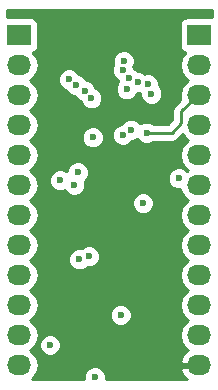
<source format=gbr>
G04 #@! TF.FileFunction,Copper,L2,Inr,Signal*
%FSLAX46Y46*%
G04 Gerber Fmt 4.6, Leading zero omitted, Abs format (unit mm)*
G04 Created by KiCad (PCBNEW 4.0.4-stable) date 06/20/17 22:04:30*
%MOMM*%
%LPD*%
G01*
G04 APERTURE LIST*
%ADD10C,0.100000*%
%ADD11R,2.032000X1.727200*%
%ADD12O,2.032000X1.727200*%
%ADD13C,0.600000*%
%ADD14C,0.250000*%
%ADD15C,0.254000*%
G04 APERTURE END LIST*
D10*
D11*
X27000000Y-20000000D03*
D12*
X27000000Y-22540000D03*
X27000000Y-25080000D03*
X27000000Y-27620000D03*
X27000000Y-30160000D03*
X27000000Y-32700000D03*
X27000000Y-35240000D03*
X27000000Y-37780000D03*
X27000000Y-40320000D03*
X27000000Y-42860000D03*
X27000000Y-45400000D03*
X27000000Y-47940000D03*
D11*
X42300000Y-20000000D03*
D12*
X42300000Y-22540000D03*
X42300000Y-25080000D03*
X42300000Y-27620000D03*
X42300000Y-30160000D03*
X42300000Y-32700000D03*
X42300000Y-35240000D03*
X42300000Y-37780000D03*
X42300000Y-40320000D03*
X42300000Y-42860000D03*
X42300000Y-45400000D03*
X42300000Y-47940000D03*
D13*
X30506500Y-32295000D03*
X40555480Y-32131000D03*
X37531500Y-34226500D03*
X35814000Y-28448000D03*
X35623500Y-43688000D03*
X33439500Y-48958500D03*
X29652500Y-46228000D03*
X32956500Y-38735000D03*
X32131000Y-38989000D03*
X36512500Y-28003500D03*
X30543500Y-28448000D03*
X36323020Y-33464500D03*
X37719000Y-46037500D03*
X33782000Y-41211500D03*
X37832500Y-28257500D03*
X36131500Y-24574500D03*
X31703999Y-32685001D03*
X32004000Y-31623000D03*
X33274000Y-28653998D03*
X35830847Y-22990517D03*
X35889143Y-22192642D03*
X36322000Y-23622000D03*
X37084000Y-24003000D03*
X37909500Y-24179000D03*
X38237000Y-24954000D03*
X31251500Y-23749000D03*
X31877000Y-24257000D03*
X32575500Y-24701500D03*
X33147000Y-25336500D03*
D14*
X42300000Y-25080000D02*
X42147600Y-25080000D01*
X42147600Y-25080000D02*
X40767000Y-26460600D01*
X40767000Y-26460600D02*
X40767000Y-27432000D01*
X40767000Y-27432000D02*
X39941500Y-28257500D01*
X39941500Y-28257500D02*
X37832500Y-28257500D01*
D15*
G36*
X43359000Y-18497668D02*
X43316000Y-18488960D01*
X41284000Y-18488960D01*
X41048683Y-18533238D01*
X40832559Y-18672310D01*
X40687569Y-18884510D01*
X40636560Y-19136400D01*
X40636560Y-20863600D01*
X40680838Y-21098917D01*
X40819910Y-21315041D01*
X41032110Y-21460031D01*
X41073439Y-21468400D01*
X41055585Y-21480330D01*
X40730729Y-21966511D01*
X40616655Y-22540000D01*
X40730729Y-23113489D01*
X41055585Y-23599670D01*
X41370366Y-23810000D01*
X41055585Y-24020330D01*
X40730729Y-24506511D01*
X40616655Y-25080000D01*
X40692334Y-25460464D01*
X40229599Y-25923199D01*
X40064852Y-26169761D01*
X40007000Y-26460600D01*
X40007000Y-27117198D01*
X39626698Y-27497500D01*
X38394963Y-27497500D01*
X38362827Y-27465308D01*
X38019299Y-27322662D01*
X37647333Y-27322338D01*
X37303557Y-27464383D01*
X37299502Y-27468431D01*
X37042827Y-27211308D01*
X36699299Y-27068662D01*
X36327333Y-27068338D01*
X35983557Y-27210383D01*
X35720308Y-27473173D01*
X35703810Y-27512903D01*
X35628833Y-27512838D01*
X35285057Y-27654883D01*
X35021808Y-27917673D01*
X34879162Y-28261201D01*
X34878838Y-28633167D01*
X35020883Y-28976943D01*
X35283673Y-29240192D01*
X35627201Y-29382838D01*
X35999167Y-29383162D01*
X36342943Y-29241117D01*
X36606192Y-28978327D01*
X36622690Y-28938597D01*
X36697667Y-28938662D01*
X37041443Y-28796617D01*
X37045498Y-28792569D01*
X37302173Y-29049692D01*
X37645701Y-29192338D01*
X38017667Y-29192662D01*
X38361443Y-29050617D01*
X38394618Y-29017500D01*
X39941500Y-29017500D01*
X40232339Y-28959648D01*
X40478901Y-28794901D01*
X40870753Y-28403049D01*
X41055585Y-28679670D01*
X41370366Y-28890000D01*
X41055585Y-29100330D01*
X40730729Y-29586511D01*
X40616655Y-30160000D01*
X40730729Y-30733489D01*
X41055585Y-31219670D01*
X41370366Y-31430000D01*
X41254275Y-31507570D01*
X41085807Y-31338808D01*
X40742279Y-31196162D01*
X40370313Y-31195838D01*
X40026537Y-31337883D01*
X39763288Y-31600673D01*
X39620642Y-31944201D01*
X39620318Y-32316167D01*
X39762363Y-32659943D01*
X40025153Y-32923192D01*
X40368681Y-33065838D01*
X40689480Y-33066117D01*
X40730729Y-33273489D01*
X41055585Y-33759670D01*
X41370366Y-33970000D01*
X41055585Y-34180330D01*
X40730729Y-34666511D01*
X40616655Y-35240000D01*
X40730729Y-35813489D01*
X41055585Y-36299670D01*
X41370366Y-36510000D01*
X41055585Y-36720330D01*
X40730729Y-37206511D01*
X40616655Y-37780000D01*
X40730729Y-38353489D01*
X41055585Y-38839670D01*
X41370366Y-39050000D01*
X41055585Y-39260330D01*
X40730729Y-39746511D01*
X40616655Y-40320000D01*
X40730729Y-40893489D01*
X41055585Y-41379670D01*
X41370366Y-41590000D01*
X41055585Y-41800330D01*
X40730729Y-42286511D01*
X40616655Y-42860000D01*
X40730729Y-43433489D01*
X41055585Y-43919670D01*
X41370366Y-44130000D01*
X41055585Y-44340330D01*
X40730729Y-44826511D01*
X40616655Y-45400000D01*
X40730729Y-45973489D01*
X41055585Y-46459670D01*
X41365069Y-46666461D01*
X40949268Y-47037964D01*
X40695291Y-47565209D01*
X40692642Y-47580974D01*
X40813783Y-47813000D01*
X42173000Y-47813000D01*
X42173000Y-47793000D01*
X42427000Y-47793000D01*
X42427000Y-47813000D01*
X42447000Y-47813000D01*
X42447000Y-48067000D01*
X42427000Y-48067000D01*
X42427000Y-48087000D01*
X42173000Y-48087000D01*
X42173000Y-48067000D01*
X40813783Y-48067000D01*
X40692642Y-48299026D01*
X40695291Y-48314791D01*
X40949268Y-48842036D01*
X41208891Y-49074000D01*
X34374400Y-49074000D01*
X34374662Y-48773333D01*
X34232617Y-48429557D01*
X33969827Y-48166308D01*
X33626299Y-48023662D01*
X33254333Y-48023338D01*
X32910557Y-48165383D01*
X32647308Y-48428173D01*
X32504662Y-48771701D01*
X32504399Y-49074000D01*
X28133172Y-49074000D01*
X28244415Y-48999670D01*
X28569271Y-48513489D01*
X28683345Y-47940000D01*
X28569271Y-47366511D01*
X28244415Y-46880330D01*
X27929634Y-46670000D01*
X28244415Y-46459670D01*
X28275487Y-46413167D01*
X28717338Y-46413167D01*
X28859383Y-46756943D01*
X29122173Y-47020192D01*
X29465701Y-47162838D01*
X29837667Y-47163162D01*
X30181443Y-47021117D01*
X30444692Y-46758327D01*
X30587338Y-46414799D01*
X30587662Y-46042833D01*
X30445617Y-45699057D01*
X30182827Y-45435808D01*
X29839299Y-45293162D01*
X29467333Y-45292838D01*
X29123557Y-45434883D01*
X28860308Y-45697673D01*
X28717662Y-46041201D01*
X28717338Y-46413167D01*
X28275487Y-46413167D01*
X28569271Y-45973489D01*
X28683345Y-45400000D01*
X28569271Y-44826511D01*
X28244415Y-44340330D01*
X27929634Y-44130000D01*
X28244415Y-43919670D01*
X28275487Y-43873167D01*
X34688338Y-43873167D01*
X34830383Y-44216943D01*
X35093173Y-44480192D01*
X35436701Y-44622838D01*
X35808667Y-44623162D01*
X36152443Y-44481117D01*
X36415692Y-44218327D01*
X36558338Y-43874799D01*
X36558662Y-43502833D01*
X36416617Y-43159057D01*
X36153827Y-42895808D01*
X35810299Y-42753162D01*
X35438333Y-42752838D01*
X35094557Y-42894883D01*
X34831308Y-43157673D01*
X34688662Y-43501201D01*
X34688338Y-43873167D01*
X28275487Y-43873167D01*
X28569271Y-43433489D01*
X28683345Y-42860000D01*
X28569271Y-42286511D01*
X28244415Y-41800330D01*
X27929634Y-41590000D01*
X28244415Y-41379670D01*
X28569271Y-40893489D01*
X28683345Y-40320000D01*
X28569271Y-39746511D01*
X28244415Y-39260330D01*
X28115463Y-39174167D01*
X31195838Y-39174167D01*
X31337883Y-39517943D01*
X31600673Y-39781192D01*
X31944201Y-39923838D01*
X32316167Y-39924162D01*
X32659943Y-39782117D01*
X32772416Y-39669840D01*
X33141667Y-39670162D01*
X33485443Y-39528117D01*
X33748692Y-39265327D01*
X33891338Y-38921799D01*
X33891662Y-38549833D01*
X33749617Y-38206057D01*
X33486827Y-37942808D01*
X33143299Y-37800162D01*
X32771333Y-37799838D01*
X32427557Y-37941883D01*
X32315084Y-38054160D01*
X31945833Y-38053838D01*
X31602057Y-38195883D01*
X31338808Y-38458673D01*
X31196162Y-38802201D01*
X31195838Y-39174167D01*
X28115463Y-39174167D01*
X27929634Y-39050000D01*
X28244415Y-38839670D01*
X28569271Y-38353489D01*
X28683345Y-37780000D01*
X28569271Y-37206511D01*
X28244415Y-36720330D01*
X27929634Y-36510000D01*
X28244415Y-36299670D01*
X28569271Y-35813489D01*
X28683345Y-35240000D01*
X28569271Y-34666511D01*
X28398990Y-34411667D01*
X36596338Y-34411667D01*
X36738383Y-34755443D01*
X37001173Y-35018692D01*
X37344701Y-35161338D01*
X37716667Y-35161662D01*
X38060443Y-35019617D01*
X38323692Y-34756827D01*
X38466338Y-34413299D01*
X38466662Y-34041333D01*
X38324617Y-33697557D01*
X38061827Y-33434308D01*
X37718299Y-33291662D01*
X37346333Y-33291338D01*
X37002557Y-33433383D01*
X36739308Y-33696173D01*
X36596662Y-34039701D01*
X36596338Y-34411667D01*
X28398990Y-34411667D01*
X28244415Y-34180330D01*
X27929634Y-33970000D01*
X28244415Y-33759670D01*
X28569271Y-33273489D01*
X28683345Y-32700000D01*
X28639618Y-32480167D01*
X29571338Y-32480167D01*
X29713383Y-32823943D01*
X29976173Y-33087192D01*
X30319701Y-33229838D01*
X30691667Y-33230162D01*
X30884638Y-33150428D01*
X30910882Y-33213944D01*
X31173672Y-33477193D01*
X31517200Y-33619839D01*
X31889166Y-33620163D01*
X32232942Y-33478118D01*
X32496191Y-33215328D01*
X32638837Y-32871800D01*
X32639161Y-32499834D01*
X32583653Y-32365495D01*
X32796192Y-32153327D01*
X32938838Y-31809799D01*
X32939162Y-31437833D01*
X32797117Y-31094057D01*
X32534327Y-30830808D01*
X32190799Y-30688162D01*
X31818833Y-30687838D01*
X31475057Y-30829883D01*
X31211808Y-31092673D01*
X31069162Y-31436201D01*
X31069076Y-31535113D01*
X31036827Y-31502808D01*
X30693299Y-31360162D01*
X30321333Y-31359838D01*
X29977557Y-31501883D01*
X29714308Y-31764673D01*
X29571662Y-32108201D01*
X29571338Y-32480167D01*
X28639618Y-32480167D01*
X28569271Y-32126511D01*
X28244415Y-31640330D01*
X27929634Y-31430000D01*
X28244415Y-31219670D01*
X28569271Y-30733489D01*
X28683345Y-30160000D01*
X28569271Y-29586511D01*
X28244415Y-29100330D01*
X27929634Y-28890000D01*
X28005713Y-28839165D01*
X32338838Y-28839165D01*
X32480883Y-29182941D01*
X32743673Y-29446190D01*
X33087201Y-29588836D01*
X33459167Y-29589160D01*
X33802943Y-29447115D01*
X34066192Y-29184325D01*
X34208838Y-28840797D01*
X34209162Y-28468831D01*
X34067117Y-28125055D01*
X33804327Y-27861806D01*
X33460799Y-27719160D01*
X33088833Y-27718836D01*
X32745057Y-27860881D01*
X32481808Y-28123671D01*
X32339162Y-28467199D01*
X32338838Y-28839165D01*
X28005713Y-28839165D01*
X28244415Y-28679670D01*
X28569271Y-28193489D01*
X28683345Y-27620000D01*
X28569271Y-27046511D01*
X28244415Y-26560330D01*
X27929634Y-26350000D01*
X28244415Y-26139670D01*
X28569271Y-25653489D01*
X28683345Y-25080000D01*
X28569271Y-24506511D01*
X28244415Y-24020330D01*
X28115463Y-23934167D01*
X30316338Y-23934167D01*
X30458383Y-24277943D01*
X30721173Y-24541192D01*
X31036929Y-24672306D01*
X31083883Y-24785943D01*
X31346673Y-25049192D01*
X31690201Y-25191838D01*
X31766459Y-25191904D01*
X31782383Y-25230443D01*
X32045173Y-25493692D01*
X32232402Y-25571437D01*
X32353883Y-25865443D01*
X32616673Y-26128692D01*
X32960201Y-26271338D01*
X33332167Y-26271662D01*
X33675943Y-26129617D01*
X33939192Y-25866827D01*
X34081838Y-25523299D01*
X34082162Y-25151333D01*
X33940117Y-24807557D01*
X33677327Y-24544308D01*
X33490098Y-24466563D01*
X33368617Y-24172557D01*
X33105827Y-23909308D01*
X32762299Y-23766662D01*
X32686041Y-23766596D01*
X32670117Y-23728057D01*
X32407327Y-23464808D01*
X32091571Y-23333694D01*
X32044617Y-23220057D01*
X32000322Y-23175684D01*
X34895685Y-23175684D01*
X35037730Y-23519460D01*
X35300520Y-23782709D01*
X35392516Y-23820909D01*
X35442290Y-23941371D01*
X35339308Y-24044173D01*
X35196662Y-24387701D01*
X35196338Y-24759667D01*
X35338383Y-25103443D01*
X35601173Y-25366692D01*
X35944701Y-25509338D01*
X36316667Y-25509662D01*
X36660443Y-25367617D01*
X36923692Y-25104827D01*
X36992998Y-24937921D01*
X37269167Y-24938162D01*
X37302025Y-24924585D01*
X37301838Y-25139167D01*
X37443883Y-25482943D01*
X37706673Y-25746192D01*
X38050201Y-25888838D01*
X38422167Y-25889162D01*
X38765943Y-25747117D01*
X39029192Y-25484327D01*
X39171838Y-25140799D01*
X39172162Y-24768833D01*
X39030117Y-24425057D01*
X38844448Y-24239064D01*
X38844662Y-23993833D01*
X38702617Y-23650057D01*
X38439827Y-23386808D01*
X38096299Y-23244162D01*
X37724333Y-23243838D01*
X37669795Y-23266373D01*
X37614327Y-23210808D01*
X37270799Y-23068162D01*
X37090108Y-23068005D01*
X36852327Y-22829808D01*
X36760331Y-22791608D01*
X36706715Y-22661847D01*
X36823981Y-22379441D01*
X36824305Y-22007475D01*
X36682260Y-21663699D01*
X36419470Y-21400450D01*
X36075942Y-21257804D01*
X35703976Y-21257480D01*
X35360200Y-21399525D01*
X35096951Y-21662315D01*
X34954305Y-22005843D01*
X34953981Y-22377809D01*
X35013275Y-22521312D01*
X34896009Y-22803718D01*
X34895685Y-23175684D01*
X32000322Y-23175684D01*
X31781827Y-22956808D01*
X31438299Y-22814162D01*
X31066333Y-22813838D01*
X30722557Y-22955883D01*
X30459308Y-23218673D01*
X30316662Y-23562201D01*
X30316338Y-23934167D01*
X28115463Y-23934167D01*
X27929634Y-23810000D01*
X28244415Y-23599670D01*
X28569271Y-23113489D01*
X28683345Y-22540000D01*
X28569271Y-21966511D01*
X28244415Y-21480330D01*
X28230087Y-21470757D01*
X28251317Y-21466762D01*
X28467441Y-21327690D01*
X28612431Y-21115490D01*
X28663440Y-20863600D01*
X28663440Y-19136400D01*
X28619162Y-18901083D01*
X28480090Y-18684959D01*
X28267890Y-18539969D01*
X28016000Y-18488960D01*
X25984000Y-18488960D01*
X25983000Y-18489148D01*
X25983000Y-17907000D01*
X43359000Y-17907000D01*
X43359000Y-18497668D01*
X43359000Y-18497668D01*
G37*
X43359000Y-18497668D02*
X43316000Y-18488960D01*
X41284000Y-18488960D01*
X41048683Y-18533238D01*
X40832559Y-18672310D01*
X40687569Y-18884510D01*
X40636560Y-19136400D01*
X40636560Y-20863600D01*
X40680838Y-21098917D01*
X40819910Y-21315041D01*
X41032110Y-21460031D01*
X41073439Y-21468400D01*
X41055585Y-21480330D01*
X40730729Y-21966511D01*
X40616655Y-22540000D01*
X40730729Y-23113489D01*
X41055585Y-23599670D01*
X41370366Y-23810000D01*
X41055585Y-24020330D01*
X40730729Y-24506511D01*
X40616655Y-25080000D01*
X40692334Y-25460464D01*
X40229599Y-25923199D01*
X40064852Y-26169761D01*
X40007000Y-26460600D01*
X40007000Y-27117198D01*
X39626698Y-27497500D01*
X38394963Y-27497500D01*
X38362827Y-27465308D01*
X38019299Y-27322662D01*
X37647333Y-27322338D01*
X37303557Y-27464383D01*
X37299502Y-27468431D01*
X37042827Y-27211308D01*
X36699299Y-27068662D01*
X36327333Y-27068338D01*
X35983557Y-27210383D01*
X35720308Y-27473173D01*
X35703810Y-27512903D01*
X35628833Y-27512838D01*
X35285057Y-27654883D01*
X35021808Y-27917673D01*
X34879162Y-28261201D01*
X34878838Y-28633167D01*
X35020883Y-28976943D01*
X35283673Y-29240192D01*
X35627201Y-29382838D01*
X35999167Y-29383162D01*
X36342943Y-29241117D01*
X36606192Y-28978327D01*
X36622690Y-28938597D01*
X36697667Y-28938662D01*
X37041443Y-28796617D01*
X37045498Y-28792569D01*
X37302173Y-29049692D01*
X37645701Y-29192338D01*
X38017667Y-29192662D01*
X38361443Y-29050617D01*
X38394618Y-29017500D01*
X39941500Y-29017500D01*
X40232339Y-28959648D01*
X40478901Y-28794901D01*
X40870753Y-28403049D01*
X41055585Y-28679670D01*
X41370366Y-28890000D01*
X41055585Y-29100330D01*
X40730729Y-29586511D01*
X40616655Y-30160000D01*
X40730729Y-30733489D01*
X41055585Y-31219670D01*
X41370366Y-31430000D01*
X41254275Y-31507570D01*
X41085807Y-31338808D01*
X40742279Y-31196162D01*
X40370313Y-31195838D01*
X40026537Y-31337883D01*
X39763288Y-31600673D01*
X39620642Y-31944201D01*
X39620318Y-32316167D01*
X39762363Y-32659943D01*
X40025153Y-32923192D01*
X40368681Y-33065838D01*
X40689480Y-33066117D01*
X40730729Y-33273489D01*
X41055585Y-33759670D01*
X41370366Y-33970000D01*
X41055585Y-34180330D01*
X40730729Y-34666511D01*
X40616655Y-35240000D01*
X40730729Y-35813489D01*
X41055585Y-36299670D01*
X41370366Y-36510000D01*
X41055585Y-36720330D01*
X40730729Y-37206511D01*
X40616655Y-37780000D01*
X40730729Y-38353489D01*
X41055585Y-38839670D01*
X41370366Y-39050000D01*
X41055585Y-39260330D01*
X40730729Y-39746511D01*
X40616655Y-40320000D01*
X40730729Y-40893489D01*
X41055585Y-41379670D01*
X41370366Y-41590000D01*
X41055585Y-41800330D01*
X40730729Y-42286511D01*
X40616655Y-42860000D01*
X40730729Y-43433489D01*
X41055585Y-43919670D01*
X41370366Y-44130000D01*
X41055585Y-44340330D01*
X40730729Y-44826511D01*
X40616655Y-45400000D01*
X40730729Y-45973489D01*
X41055585Y-46459670D01*
X41365069Y-46666461D01*
X40949268Y-47037964D01*
X40695291Y-47565209D01*
X40692642Y-47580974D01*
X40813783Y-47813000D01*
X42173000Y-47813000D01*
X42173000Y-47793000D01*
X42427000Y-47793000D01*
X42427000Y-47813000D01*
X42447000Y-47813000D01*
X42447000Y-48067000D01*
X42427000Y-48067000D01*
X42427000Y-48087000D01*
X42173000Y-48087000D01*
X42173000Y-48067000D01*
X40813783Y-48067000D01*
X40692642Y-48299026D01*
X40695291Y-48314791D01*
X40949268Y-48842036D01*
X41208891Y-49074000D01*
X34374400Y-49074000D01*
X34374662Y-48773333D01*
X34232617Y-48429557D01*
X33969827Y-48166308D01*
X33626299Y-48023662D01*
X33254333Y-48023338D01*
X32910557Y-48165383D01*
X32647308Y-48428173D01*
X32504662Y-48771701D01*
X32504399Y-49074000D01*
X28133172Y-49074000D01*
X28244415Y-48999670D01*
X28569271Y-48513489D01*
X28683345Y-47940000D01*
X28569271Y-47366511D01*
X28244415Y-46880330D01*
X27929634Y-46670000D01*
X28244415Y-46459670D01*
X28275487Y-46413167D01*
X28717338Y-46413167D01*
X28859383Y-46756943D01*
X29122173Y-47020192D01*
X29465701Y-47162838D01*
X29837667Y-47163162D01*
X30181443Y-47021117D01*
X30444692Y-46758327D01*
X30587338Y-46414799D01*
X30587662Y-46042833D01*
X30445617Y-45699057D01*
X30182827Y-45435808D01*
X29839299Y-45293162D01*
X29467333Y-45292838D01*
X29123557Y-45434883D01*
X28860308Y-45697673D01*
X28717662Y-46041201D01*
X28717338Y-46413167D01*
X28275487Y-46413167D01*
X28569271Y-45973489D01*
X28683345Y-45400000D01*
X28569271Y-44826511D01*
X28244415Y-44340330D01*
X27929634Y-44130000D01*
X28244415Y-43919670D01*
X28275487Y-43873167D01*
X34688338Y-43873167D01*
X34830383Y-44216943D01*
X35093173Y-44480192D01*
X35436701Y-44622838D01*
X35808667Y-44623162D01*
X36152443Y-44481117D01*
X36415692Y-44218327D01*
X36558338Y-43874799D01*
X36558662Y-43502833D01*
X36416617Y-43159057D01*
X36153827Y-42895808D01*
X35810299Y-42753162D01*
X35438333Y-42752838D01*
X35094557Y-42894883D01*
X34831308Y-43157673D01*
X34688662Y-43501201D01*
X34688338Y-43873167D01*
X28275487Y-43873167D01*
X28569271Y-43433489D01*
X28683345Y-42860000D01*
X28569271Y-42286511D01*
X28244415Y-41800330D01*
X27929634Y-41590000D01*
X28244415Y-41379670D01*
X28569271Y-40893489D01*
X28683345Y-40320000D01*
X28569271Y-39746511D01*
X28244415Y-39260330D01*
X28115463Y-39174167D01*
X31195838Y-39174167D01*
X31337883Y-39517943D01*
X31600673Y-39781192D01*
X31944201Y-39923838D01*
X32316167Y-39924162D01*
X32659943Y-39782117D01*
X32772416Y-39669840D01*
X33141667Y-39670162D01*
X33485443Y-39528117D01*
X33748692Y-39265327D01*
X33891338Y-38921799D01*
X33891662Y-38549833D01*
X33749617Y-38206057D01*
X33486827Y-37942808D01*
X33143299Y-37800162D01*
X32771333Y-37799838D01*
X32427557Y-37941883D01*
X32315084Y-38054160D01*
X31945833Y-38053838D01*
X31602057Y-38195883D01*
X31338808Y-38458673D01*
X31196162Y-38802201D01*
X31195838Y-39174167D01*
X28115463Y-39174167D01*
X27929634Y-39050000D01*
X28244415Y-38839670D01*
X28569271Y-38353489D01*
X28683345Y-37780000D01*
X28569271Y-37206511D01*
X28244415Y-36720330D01*
X27929634Y-36510000D01*
X28244415Y-36299670D01*
X28569271Y-35813489D01*
X28683345Y-35240000D01*
X28569271Y-34666511D01*
X28398990Y-34411667D01*
X36596338Y-34411667D01*
X36738383Y-34755443D01*
X37001173Y-35018692D01*
X37344701Y-35161338D01*
X37716667Y-35161662D01*
X38060443Y-35019617D01*
X38323692Y-34756827D01*
X38466338Y-34413299D01*
X38466662Y-34041333D01*
X38324617Y-33697557D01*
X38061827Y-33434308D01*
X37718299Y-33291662D01*
X37346333Y-33291338D01*
X37002557Y-33433383D01*
X36739308Y-33696173D01*
X36596662Y-34039701D01*
X36596338Y-34411667D01*
X28398990Y-34411667D01*
X28244415Y-34180330D01*
X27929634Y-33970000D01*
X28244415Y-33759670D01*
X28569271Y-33273489D01*
X28683345Y-32700000D01*
X28639618Y-32480167D01*
X29571338Y-32480167D01*
X29713383Y-32823943D01*
X29976173Y-33087192D01*
X30319701Y-33229838D01*
X30691667Y-33230162D01*
X30884638Y-33150428D01*
X30910882Y-33213944D01*
X31173672Y-33477193D01*
X31517200Y-33619839D01*
X31889166Y-33620163D01*
X32232942Y-33478118D01*
X32496191Y-33215328D01*
X32638837Y-32871800D01*
X32639161Y-32499834D01*
X32583653Y-32365495D01*
X32796192Y-32153327D01*
X32938838Y-31809799D01*
X32939162Y-31437833D01*
X32797117Y-31094057D01*
X32534327Y-30830808D01*
X32190799Y-30688162D01*
X31818833Y-30687838D01*
X31475057Y-30829883D01*
X31211808Y-31092673D01*
X31069162Y-31436201D01*
X31069076Y-31535113D01*
X31036827Y-31502808D01*
X30693299Y-31360162D01*
X30321333Y-31359838D01*
X29977557Y-31501883D01*
X29714308Y-31764673D01*
X29571662Y-32108201D01*
X29571338Y-32480167D01*
X28639618Y-32480167D01*
X28569271Y-32126511D01*
X28244415Y-31640330D01*
X27929634Y-31430000D01*
X28244415Y-31219670D01*
X28569271Y-30733489D01*
X28683345Y-30160000D01*
X28569271Y-29586511D01*
X28244415Y-29100330D01*
X27929634Y-28890000D01*
X28005713Y-28839165D01*
X32338838Y-28839165D01*
X32480883Y-29182941D01*
X32743673Y-29446190D01*
X33087201Y-29588836D01*
X33459167Y-29589160D01*
X33802943Y-29447115D01*
X34066192Y-29184325D01*
X34208838Y-28840797D01*
X34209162Y-28468831D01*
X34067117Y-28125055D01*
X33804327Y-27861806D01*
X33460799Y-27719160D01*
X33088833Y-27718836D01*
X32745057Y-27860881D01*
X32481808Y-28123671D01*
X32339162Y-28467199D01*
X32338838Y-28839165D01*
X28005713Y-28839165D01*
X28244415Y-28679670D01*
X28569271Y-28193489D01*
X28683345Y-27620000D01*
X28569271Y-27046511D01*
X28244415Y-26560330D01*
X27929634Y-26350000D01*
X28244415Y-26139670D01*
X28569271Y-25653489D01*
X28683345Y-25080000D01*
X28569271Y-24506511D01*
X28244415Y-24020330D01*
X28115463Y-23934167D01*
X30316338Y-23934167D01*
X30458383Y-24277943D01*
X30721173Y-24541192D01*
X31036929Y-24672306D01*
X31083883Y-24785943D01*
X31346673Y-25049192D01*
X31690201Y-25191838D01*
X31766459Y-25191904D01*
X31782383Y-25230443D01*
X32045173Y-25493692D01*
X32232402Y-25571437D01*
X32353883Y-25865443D01*
X32616673Y-26128692D01*
X32960201Y-26271338D01*
X33332167Y-26271662D01*
X33675943Y-26129617D01*
X33939192Y-25866827D01*
X34081838Y-25523299D01*
X34082162Y-25151333D01*
X33940117Y-24807557D01*
X33677327Y-24544308D01*
X33490098Y-24466563D01*
X33368617Y-24172557D01*
X33105827Y-23909308D01*
X32762299Y-23766662D01*
X32686041Y-23766596D01*
X32670117Y-23728057D01*
X32407327Y-23464808D01*
X32091571Y-23333694D01*
X32044617Y-23220057D01*
X32000322Y-23175684D01*
X34895685Y-23175684D01*
X35037730Y-23519460D01*
X35300520Y-23782709D01*
X35392516Y-23820909D01*
X35442290Y-23941371D01*
X35339308Y-24044173D01*
X35196662Y-24387701D01*
X35196338Y-24759667D01*
X35338383Y-25103443D01*
X35601173Y-25366692D01*
X35944701Y-25509338D01*
X36316667Y-25509662D01*
X36660443Y-25367617D01*
X36923692Y-25104827D01*
X36992998Y-24937921D01*
X37269167Y-24938162D01*
X37302025Y-24924585D01*
X37301838Y-25139167D01*
X37443883Y-25482943D01*
X37706673Y-25746192D01*
X38050201Y-25888838D01*
X38422167Y-25889162D01*
X38765943Y-25747117D01*
X39029192Y-25484327D01*
X39171838Y-25140799D01*
X39172162Y-24768833D01*
X39030117Y-24425057D01*
X38844448Y-24239064D01*
X38844662Y-23993833D01*
X38702617Y-23650057D01*
X38439827Y-23386808D01*
X38096299Y-23244162D01*
X37724333Y-23243838D01*
X37669795Y-23266373D01*
X37614327Y-23210808D01*
X37270799Y-23068162D01*
X37090108Y-23068005D01*
X36852327Y-22829808D01*
X36760331Y-22791608D01*
X36706715Y-22661847D01*
X36823981Y-22379441D01*
X36824305Y-22007475D01*
X36682260Y-21663699D01*
X36419470Y-21400450D01*
X36075942Y-21257804D01*
X35703976Y-21257480D01*
X35360200Y-21399525D01*
X35096951Y-21662315D01*
X34954305Y-22005843D01*
X34953981Y-22377809D01*
X35013275Y-22521312D01*
X34896009Y-22803718D01*
X34895685Y-23175684D01*
X32000322Y-23175684D01*
X31781827Y-22956808D01*
X31438299Y-22814162D01*
X31066333Y-22813838D01*
X30722557Y-22955883D01*
X30459308Y-23218673D01*
X30316662Y-23562201D01*
X30316338Y-23934167D01*
X28115463Y-23934167D01*
X27929634Y-23810000D01*
X28244415Y-23599670D01*
X28569271Y-23113489D01*
X28683345Y-22540000D01*
X28569271Y-21966511D01*
X28244415Y-21480330D01*
X28230087Y-21470757D01*
X28251317Y-21466762D01*
X28467441Y-21327690D01*
X28612431Y-21115490D01*
X28663440Y-20863600D01*
X28663440Y-19136400D01*
X28619162Y-18901083D01*
X28480090Y-18684959D01*
X28267890Y-18539969D01*
X28016000Y-18488960D01*
X25984000Y-18488960D01*
X25983000Y-18489148D01*
X25983000Y-17907000D01*
X43359000Y-17907000D01*
X43359000Y-18497668D01*
M02*

</source>
